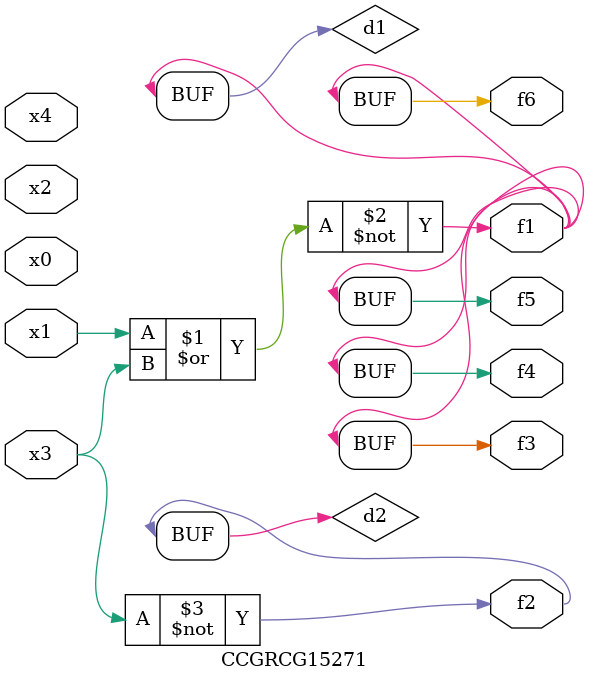
<source format=v>
module CCGRCG15271(
	input x0, x1, x2, x3, x4,
	output f1, f2, f3, f4, f5, f6
);

	wire d1, d2;

	nor (d1, x1, x3);
	not (d2, x3);
	assign f1 = d1;
	assign f2 = d2;
	assign f3 = d1;
	assign f4 = d1;
	assign f5 = d1;
	assign f6 = d1;
endmodule

</source>
